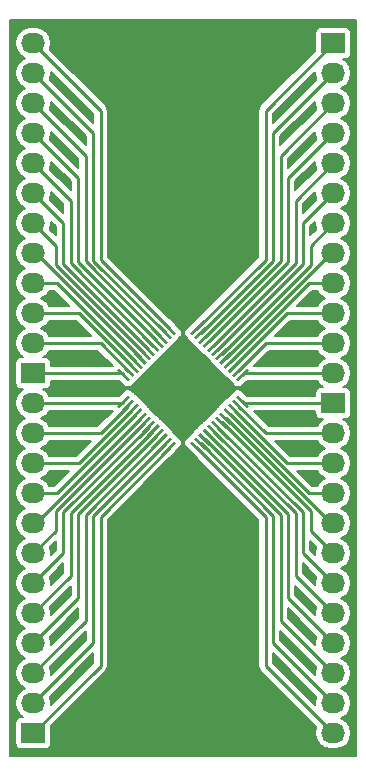
<source format=gbr>
G04 #@! TF.FileFunction,Copper,L2,Bot,Signal*
%FSLAX46Y46*%
G04 Gerber Fmt 4.6, Leading zero omitted, Abs format (unit mm)*
G04 Created by KiCad (PCBNEW 4.0.3-stable) date 08/19/16 15:09:19*
%MOMM*%
%LPD*%
G01*
G04 APERTURE LIST*
%ADD10C,0.100000*%
%ADD11R,2.032000X1.727200*%
%ADD12O,2.032000X1.727200*%
%ADD13C,0.250000*%
%ADD14C,0.200000*%
G04 APERTURE END LIST*
D10*
D11*
X142240000Y-139700000D03*
D12*
X142240000Y-137160000D03*
X142240000Y-134620000D03*
X142240000Y-132080000D03*
X142240000Y-129540000D03*
X142240000Y-127000000D03*
X142240000Y-124460000D03*
X142240000Y-121920000D03*
X142240000Y-119380000D03*
X142240000Y-116840000D03*
X142240000Y-114300000D03*
X142240000Y-111760000D03*
D11*
X167640000Y-111760000D03*
D12*
X167640000Y-114300000D03*
X167640000Y-116840000D03*
X167640000Y-119380000D03*
X167640000Y-121920000D03*
X167640000Y-124460000D03*
X167640000Y-127000000D03*
X167640000Y-129540000D03*
X167640000Y-132080000D03*
X167640000Y-134620000D03*
X167640000Y-137160000D03*
X167640000Y-139700000D03*
D11*
X142240000Y-109220000D03*
D12*
X142240000Y-106680000D03*
X142240000Y-104140000D03*
X142240000Y-101600000D03*
X142240000Y-99060000D03*
X142240000Y-96520000D03*
X142240000Y-93980000D03*
X142240000Y-91440000D03*
X142240000Y-88900000D03*
X142240000Y-86360000D03*
X142240000Y-83820000D03*
X142240000Y-81280000D03*
D11*
X167640000Y-81280000D03*
D12*
X167640000Y-83820000D03*
X167640000Y-86360000D03*
X167640000Y-88900000D03*
X167640000Y-91440000D03*
X167640000Y-93980000D03*
X167640000Y-96520000D03*
X167640000Y-99060000D03*
X167640000Y-101600000D03*
X167640000Y-104140000D03*
X167640000Y-106680000D03*
X167640000Y-109220000D03*
D10*
G36*
X153437398Y-116058466D02*
X153260621Y-115881689D01*
X154179860Y-114962450D01*
X154356637Y-115139227D01*
X153437398Y-116058466D01*
X153437398Y-116058466D01*
G37*
G36*
X153083845Y-115704913D02*
X152907068Y-115528136D01*
X153826307Y-114608897D01*
X154003084Y-114785674D01*
X153083845Y-115704913D01*
X153083845Y-115704913D01*
G37*
G36*
X152730291Y-115351359D02*
X152553514Y-115174582D01*
X153472753Y-114255343D01*
X153649530Y-114432120D01*
X152730291Y-115351359D01*
X152730291Y-115351359D01*
G37*
G36*
X152376738Y-114997806D02*
X152199961Y-114821029D01*
X153119200Y-113901790D01*
X153295977Y-114078567D01*
X152376738Y-114997806D01*
X152376738Y-114997806D01*
G37*
G36*
X152023185Y-114644253D02*
X151846408Y-114467476D01*
X152765647Y-113548237D01*
X152942424Y-113725014D01*
X152023185Y-114644253D01*
X152023185Y-114644253D01*
G37*
G36*
X151669631Y-114290699D02*
X151492854Y-114113922D01*
X152412093Y-113194683D01*
X152588870Y-113371460D01*
X151669631Y-114290699D01*
X151669631Y-114290699D01*
G37*
G36*
X151316078Y-113937146D02*
X151139301Y-113760369D01*
X152058540Y-112841130D01*
X152235317Y-113017907D01*
X151316078Y-113937146D01*
X151316078Y-113937146D01*
G37*
G36*
X150962524Y-113583592D02*
X150785747Y-113406815D01*
X151704986Y-112487576D01*
X151881763Y-112664353D01*
X150962524Y-113583592D01*
X150962524Y-113583592D01*
G37*
G36*
X150608971Y-113230039D02*
X150432194Y-113053262D01*
X151351433Y-112134023D01*
X151528210Y-112310800D01*
X150608971Y-113230039D01*
X150608971Y-113230039D01*
G37*
G36*
X150255418Y-112876486D02*
X150078641Y-112699709D01*
X150997880Y-111780470D01*
X151174657Y-111957247D01*
X150255418Y-112876486D01*
X150255418Y-112876486D01*
G37*
G36*
X149901864Y-112522932D02*
X149725087Y-112346155D01*
X150644326Y-111426916D01*
X150821103Y-111603693D01*
X149901864Y-112522932D01*
X149901864Y-112522932D01*
G37*
G36*
X149548311Y-112169379D02*
X149371534Y-111992602D01*
X150290773Y-111073363D01*
X150467550Y-111250140D01*
X149548311Y-112169379D01*
X149548311Y-112169379D01*
G37*
G36*
X149371534Y-108987398D02*
X149548311Y-108810621D01*
X150467550Y-109729860D01*
X150290773Y-109906637D01*
X149371534Y-108987398D01*
X149371534Y-108987398D01*
G37*
G36*
X149725087Y-108633845D02*
X149901864Y-108457068D01*
X150821103Y-109376307D01*
X150644326Y-109553084D01*
X149725087Y-108633845D01*
X149725087Y-108633845D01*
G37*
G36*
X150078641Y-108280291D02*
X150255418Y-108103514D01*
X151174657Y-109022753D01*
X150997880Y-109199530D01*
X150078641Y-108280291D01*
X150078641Y-108280291D01*
G37*
G36*
X150432194Y-107926738D02*
X150608971Y-107749961D01*
X151528210Y-108669200D01*
X151351433Y-108845977D01*
X150432194Y-107926738D01*
X150432194Y-107926738D01*
G37*
G36*
X150785747Y-107573185D02*
X150962524Y-107396408D01*
X151881763Y-108315647D01*
X151704986Y-108492424D01*
X150785747Y-107573185D01*
X150785747Y-107573185D01*
G37*
G36*
X151139301Y-107219631D02*
X151316078Y-107042854D01*
X152235317Y-107962093D01*
X152058540Y-108138870D01*
X151139301Y-107219631D01*
X151139301Y-107219631D01*
G37*
G36*
X151492854Y-106866078D02*
X151669631Y-106689301D01*
X152588870Y-107608540D01*
X152412093Y-107785317D01*
X151492854Y-106866078D01*
X151492854Y-106866078D01*
G37*
G36*
X151846408Y-106512524D02*
X152023185Y-106335747D01*
X152942424Y-107254986D01*
X152765647Y-107431763D01*
X151846408Y-106512524D01*
X151846408Y-106512524D01*
G37*
G36*
X152199961Y-106158971D02*
X152376738Y-105982194D01*
X153295977Y-106901433D01*
X153119200Y-107078210D01*
X152199961Y-106158971D01*
X152199961Y-106158971D01*
G37*
G36*
X152553514Y-105805418D02*
X152730291Y-105628641D01*
X153649530Y-106547880D01*
X153472753Y-106724657D01*
X152553514Y-105805418D01*
X152553514Y-105805418D01*
G37*
G36*
X152907068Y-105451864D02*
X153083845Y-105275087D01*
X154003084Y-106194326D01*
X153826307Y-106371103D01*
X152907068Y-105451864D01*
X152907068Y-105451864D01*
G37*
G36*
X153260621Y-105098311D02*
X153437398Y-104921534D01*
X154356637Y-105840773D01*
X154179860Y-106017550D01*
X153260621Y-105098311D01*
X153260621Y-105098311D01*
G37*
G36*
X155700140Y-106017550D02*
X155523363Y-105840773D01*
X156442602Y-104921534D01*
X156619379Y-105098311D01*
X155700140Y-106017550D01*
X155700140Y-106017550D01*
G37*
G36*
X156053693Y-106371103D02*
X155876916Y-106194326D01*
X156796155Y-105275087D01*
X156972932Y-105451864D01*
X156053693Y-106371103D01*
X156053693Y-106371103D01*
G37*
G36*
X156407247Y-106724657D02*
X156230470Y-106547880D01*
X157149709Y-105628641D01*
X157326486Y-105805418D01*
X156407247Y-106724657D01*
X156407247Y-106724657D01*
G37*
G36*
X156760800Y-107078210D02*
X156584023Y-106901433D01*
X157503262Y-105982194D01*
X157680039Y-106158971D01*
X156760800Y-107078210D01*
X156760800Y-107078210D01*
G37*
G36*
X157114353Y-107431763D02*
X156937576Y-107254986D01*
X157856815Y-106335747D01*
X158033592Y-106512524D01*
X157114353Y-107431763D01*
X157114353Y-107431763D01*
G37*
G36*
X157467907Y-107785317D02*
X157291130Y-107608540D01*
X158210369Y-106689301D01*
X158387146Y-106866078D01*
X157467907Y-107785317D01*
X157467907Y-107785317D01*
G37*
G36*
X157821460Y-108138870D02*
X157644683Y-107962093D01*
X158563922Y-107042854D01*
X158740699Y-107219631D01*
X157821460Y-108138870D01*
X157821460Y-108138870D01*
G37*
G36*
X158175014Y-108492424D02*
X157998237Y-108315647D01*
X158917476Y-107396408D01*
X159094253Y-107573185D01*
X158175014Y-108492424D01*
X158175014Y-108492424D01*
G37*
G36*
X158528567Y-108845977D02*
X158351790Y-108669200D01*
X159271029Y-107749961D01*
X159447806Y-107926738D01*
X158528567Y-108845977D01*
X158528567Y-108845977D01*
G37*
G36*
X158882120Y-109199530D02*
X158705343Y-109022753D01*
X159624582Y-108103514D01*
X159801359Y-108280291D01*
X158882120Y-109199530D01*
X158882120Y-109199530D01*
G37*
G36*
X159235674Y-109553084D02*
X159058897Y-109376307D01*
X159978136Y-108457068D01*
X160154913Y-108633845D01*
X159235674Y-109553084D01*
X159235674Y-109553084D01*
G37*
G36*
X159589227Y-109906637D02*
X159412450Y-109729860D01*
X160331689Y-108810621D01*
X160508466Y-108987398D01*
X159589227Y-109906637D01*
X159589227Y-109906637D01*
G37*
G36*
X159412450Y-111250140D02*
X159589227Y-111073363D01*
X160508466Y-111992602D01*
X160331689Y-112169379D01*
X159412450Y-111250140D01*
X159412450Y-111250140D01*
G37*
G36*
X159058897Y-111603693D02*
X159235674Y-111426916D01*
X160154913Y-112346155D01*
X159978136Y-112522932D01*
X159058897Y-111603693D01*
X159058897Y-111603693D01*
G37*
G36*
X158705343Y-111957247D02*
X158882120Y-111780470D01*
X159801359Y-112699709D01*
X159624582Y-112876486D01*
X158705343Y-111957247D01*
X158705343Y-111957247D01*
G37*
G36*
X158351790Y-112310800D02*
X158528567Y-112134023D01*
X159447806Y-113053262D01*
X159271029Y-113230039D01*
X158351790Y-112310800D01*
X158351790Y-112310800D01*
G37*
G36*
X157998237Y-112664353D02*
X158175014Y-112487576D01*
X159094253Y-113406815D01*
X158917476Y-113583592D01*
X157998237Y-112664353D01*
X157998237Y-112664353D01*
G37*
G36*
X157644683Y-113017907D02*
X157821460Y-112841130D01*
X158740699Y-113760369D01*
X158563922Y-113937146D01*
X157644683Y-113017907D01*
X157644683Y-113017907D01*
G37*
G36*
X157291130Y-113371460D02*
X157467907Y-113194683D01*
X158387146Y-114113922D01*
X158210369Y-114290699D01*
X157291130Y-113371460D01*
X157291130Y-113371460D01*
G37*
G36*
X156937576Y-113725014D02*
X157114353Y-113548237D01*
X158033592Y-114467476D01*
X157856815Y-114644253D01*
X156937576Y-113725014D01*
X156937576Y-113725014D01*
G37*
G36*
X156584023Y-114078567D02*
X156760800Y-113901790D01*
X157680039Y-114821029D01*
X157503262Y-114997806D01*
X156584023Y-114078567D01*
X156584023Y-114078567D01*
G37*
G36*
X156230470Y-114432120D02*
X156407247Y-114255343D01*
X157326486Y-115174582D01*
X157149709Y-115351359D01*
X156230470Y-114432120D01*
X156230470Y-114432120D01*
G37*
G36*
X155876916Y-114785674D02*
X156053693Y-114608897D01*
X156972932Y-115528136D01*
X156796155Y-115704913D01*
X155876916Y-114785674D01*
X155876916Y-114785674D01*
G37*
G36*
X155523363Y-115139227D02*
X155700140Y-114962450D01*
X156619379Y-115881689D01*
X156442602Y-116058466D01*
X155523363Y-115139227D01*
X155523363Y-115139227D01*
G37*
D13*
X153808629Y-115510458D02*
X147955000Y-121364087D01*
X147955000Y-133985000D02*
X142240000Y-139700000D01*
X147955000Y-121364087D02*
X147955000Y-133985000D01*
X153455076Y-115156905D02*
X147320000Y-121291981D01*
X147320000Y-132080000D02*
X142240000Y-137160000D01*
X147320000Y-121291981D02*
X147320000Y-132080000D01*
X153101522Y-114803351D02*
X146685000Y-121219873D01*
X146685000Y-130175000D02*
X142240000Y-134620000D01*
X146685000Y-121219873D02*
X146685000Y-130175000D01*
X152747969Y-114449798D02*
X146050000Y-121147767D01*
X146050000Y-128270000D02*
X142240000Y-132080000D01*
X146050000Y-121147767D02*
X146050000Y-128270000D01*
X152394416Y-114096245D02*
X145415000Y-121075661D01*
X145415000Y-126365000D02*
X142240000Y-129540000D01*
X145415000Y-121075661D02*
X145415000Y-126365000D01*
X152040862Y-113742691D02*
X144780000Y-121003553D01*
X144780000Y-124460000D02*
X142240000Y-127000000D01*
X144780000Y-121003553D02*
X144780000Y-124460000D01*
X151687309Y-113389138D02*
X144145000Y-120931447D01*
X144145000Y-122555000D02*
X142240000Y-124460000D01*
X144145000Y-120931447D02*
X144145000Y-122555000D01*
X151333755Y-113035584D02*
X142449339Y-121920000D01*
X142449339Y-121920000D02*
X142240000Y-121920000D01*
X150980202Y-112682031D02*
X144282233Y-119380000D01*
X144282233Y-119380000D02*
X142240000Y-119380000D01*
X150626649Y-112328478D02*
X146115127Y-116840000D01*
X146115127Y-116840000D02*
X142240000Y-116840000D01*
X150273095Y-111974924D02*
X147948019Y-114300000D01*
X147948019Y-114300000D02*
X142240000Y-114300000D01*
X149919542Y-111621371D02*
X149780913Y-111760000D01*
X149780913Y-111760000D02*
X142240000Y-111760000D01*
X159960458Y-111621371D02*
X160099087Y-111760000D01*
X160099087Y-111760000D02*
X167640000Y-111760000D01*
X159606905Y-111974924D02*
X161931981Y-114300000D01*
X161931981Y-114300000D02*
X167640000Y-114300000D01*
X159253351Y-112328478D02*
X163764873Y-116840000D01*
X163764873Y-116840000D02*
X167640000Y-116840000D01*
X158899798Y-112682031D02*
X165597767Y-119380000D01*
X165597767Y-119380000D02*
X167640000Y-119380000D01*
X158546245Y-113035584D02*
X167430661Y-121920000D01*
X167430661Y-121920000D02*
X167640000Y-121920000D01*
X158192691Y-113389138D02*
X165735000Y-120931447D01*
X165735000Y-122555000D02*
X167640000Y-124460000D01*
X165735000Y-120931447D02*
X165735000Y-122555000D01*
X157839138Y-113742691D02*
X165100000Y-121003553D01*
X165100000Y-124460000D02*
X167640000Y-127000000D01*
X165100000Y-121003553D02*
X165100000Y-124460000D01*
X157485584Y-114096245D02*
X164465000Y-121075661D01*
X164465000Y-126365000D02*
X167640000Y-129540000D01*
X164465000Y-121075661D02*
X164465000Y-126365000D01*
X157132031Y-114449798D02*
X163830000Y-121147767D01*
X163830000Y-128270000D02*
X167640000Y-132080000D01*
X163830000Y-121147767D02*
X163830000Y-128270000D01*
X156778478Y-114803351D02*
X163195000Y-121219873D01*
X163195000Y-130175000D02*
X167640000Y-134620000D01*
X163195000Y-121219873D02*
X163195000Y-130175000D01*
X156424924Y-115156905D02*
X162560000Y-121291981D01*
X162560000Y-132080000D02*
X167640000Y-137160000D01*
X162560000Y-121291981D02*
X162560000Y-132080000D01*
X156071371Y-115510458D02*
X161925000Y-121364087D01*
X161925000Y-133985000D02*
X167640000Y-139700000D01*
X161925000Y-121364087D02*
X161925000Y-133985000D01*
X142240000Y-109220000D02*
X149780913Y-109220000D01*
X149780913Y-109220000D02*
X149919542Y-109358629D01*
X150273095Y-109005076D02*
X147948019Y-106680000D01*
X147948019Y-106680000D02*
X142240000Y-106680000D01*
X150626649Y-108651522D02*
X146115127Y-104140000D01*
X146115127Y-104140000D02*
X142240000Y-104140000D01*
X150980202Y-108297969D02*
X144282233Y-101600000D01*
X144282233Y-101600000D02*
X142240000Y-101600000D01*
X151333755Y-107944416D02*
X142449339Y-99060000D01*
X142449339Y-99060000D02*
X142240000Y-99060000D01*
X151687309Y-107590862D02*
X144145000Y-100048553D01*
X144145000Y-98425000D02*
X142240000Y-96520000D01*
X144145000Y-100048553D02*
X144145000Y-98425000D01*
X152040862Y-107237309D02*
X144780000Y-99976447D01*
X144780000Y-96520000D02*
X142240000Y-93980000D01*
X144780000Y-99976447D02*
X144780000Y-96520000D01*
X152394416Y-106883755D02*
X145415000Y-99904339D01*
X145415000Y-94615000D02*
X142240000Y-91440000D01*
X145415000Y-99904339D02*
X145415000Y-94615000D01*
X152747969Y-106530202D02*
X146050000Y-99832233D01*
X146050000Y-92710000D02*
X142240000Y-88900000D01*
X146050000Y-99832233D02*
X146050000Y-92710000D01*
X153101522Y-106176649D02*
X146685000Y-99760127D01*
X146685000Y-90805000D02*
X142240000Y-86360000D01*
X146685000Y-99760127D02*
X146685000Y-90805000D01*
X153455076Y-105823095D02*
X147320000Y-99688019D01*
X147320000Y-88900000D02*
X142240000Y-83820000D01*
X147320000Y-99688019D02*
X147320000Y-88900000D01*
X153808629Y-105469542D02*
X147955000Y-99615913D01*
X147955000Y-86995000D02*
X142240000Y-81280000D01*
X147955000Y-99615913D02*
X147955000Y-86995000D01*
X156071371Y-105469542D02*
X161925000Y-99615913D01*
X161925000Y-86995000D02*
X167640000Y-81280000D01*
X161925000Y-99615913D02*
X161925000Y-86995000D01*
X156424924Y-105823095D02*
X162560000Y-99688019D01*
X162560000Y-88900000D02*
X167640000Y-83820000D01*
X162560000Y-99688019D02*
X162560000Y-88900000D01*
X156778478Y-106176649D02*
X163195000Y-99760127D01*
X163195000Y-90805000D02*
X167640000Y-86360000D01*
X163195000Y-99760127D02*
X163195000Y-90805000D01*
X157132031Y-106530202D02*
X163830000Y-99832233D01*
X163830000Y-92710000D02*
X167640000Y-88900000D01*
X163830000Y-99832233D02*
X163830000Y-92710000D01*
X157485584Y-106883755D02*
X164465000Y-99904339D01*
X164465000Y-94615000D02*
X167640000Y-91440000D01*
X164465000Y-99904339D02*
X164465000Y-94615000D01*
X157839138Y-107237309D02*
X165100000Y-99976447D01*
X165100000Y-96520000D02*
X167640000Y-93980000D01*
X165100000Y-99976447D02*
X165100000Y-96520000D01*
X158192691Y-107590862D02*
X165735000Y-100048553D01*
X165735000Y-98425000D02*
X167640000Y-96520000D01*
X165735000Y-100048553D02*
X165735000Y-98425000D01*
X158546245Y-107944416D02*
X167430661Y-99060000D01*
X167430661Y-99060000D02*
X167640000Y-99060000D01*
X158899798Y-108297969D02*
X165597767Y-101600000D01*
X165597767Y-101600000D02*
X167640000Y-101600000D01*
X159253351Y-108651522D02*
X163764873Y-104140000D01*
X163764873Y-104140000D02*
X167640000Y-104140000D01*
X159606905Y-109005076D02*
X161931981Y-106680000D01*
X161931981Y-106680000D02*
X167640000Y-106680000D01*
X159960458Y-109358629D02*
X160099087Y-109220000D01*
X160099087Y-109220000D02*
X167640000Y-109220000D01*
D14*
G36*
X169605000Y-141665000D02*
X140275000Y-141665000D01*
X140275000Y-81280000D01*
X140694300Y-81280000D01*
X140798098Y-81801827D01*
X141093689Y-82244211D01*
X141536073Y-82539802D01*
X141587342Y-82550000D01*
X141536073Y-82560198D01*
X141093689Y-82855789D01*
X140798098Y-83298173D01*
X140694300Y-83820000D01*
X140798098Y-84341827D01*
X141093689Y-84784211D01*
X141536073Y-85079802D01*
X141587342Y-85090000D01*
X141536073Y-85100198D01*
X141093689Y-85395789D01*
X140798098Y-85838173D01*
X140694300Y-86360000D01*
X140798098Y-86881827D01*
X141093689Y-87324211D01*
X141536073Y-87619802D01*
X141587342Y-87630000D01*
X141536073Y-87640198D01*
X141093689Y-87935789D01*
X140798098Y-88378173D01*
X140694300Y-88900000D01*
X140798098Y-89421827D01*
X141093689Y-89864211D01*
X141536073Y-90159802D01*
X141587342Y-90170000D01*
X141536073Y-90180198D01*
X141093689Y-90475789D01*
X140798098Y-90918173D01*
X140694300Y-91440000D01*
X140798098Y-91961827D01*
X141093689Y-92404211D01*
X141536073Y-92699802D01*
X141587342Y-92710000D01*
X141536073Y-92720198D01*
X141093689Y-93015789D01*
X140798098Y-93458173D01*
X140694300Y-93980000D01*
X140798098Y-94501827D01*
X141093689Y-94944211D01*
X141536073Y-95239802D01*
X141587342Y-95250000D01*
X141536073Y-95260198D01*
X141093689Y-95555789D01*
X140798098Y-95998173D01*
X140694300Y-96520000D01*
X140798098Y-97041827D01*
X141093689Y-97484211D01*
X141536073Y-97779802D01*
X141587342Y-97790000D01*
X141536073Y-97800198D01*
X141093689Y-98095789D01*
X140798098Y-98538173D01*
X140694300Y-99060000D01*
X140798098Y-99581827D01*
X141093689Y-100024211D01*
X141536073Y-100319802D01*
X141587342Y-100330000D01*
X141536073Y-100340198D01*
X141093689Y-100635789D01*
X140798098Y-101078173D01*
X140694300Y-101600000D01*
X140798098Y-102121827D01*
X141093689Y-102564211D01*
X141536073Y-102859802D01*
X141587342Y-102870000D01*
X141536073Y-102880198D01*
X141093689Y-103175789D01*
X140798098Y-103618173D01*
X140694300Y-104140000D01*
X140798098Y-104661827D01*
X141093689Y-105104211D01*
X141536073Y-105399802D01*
X141587342Y-105410000D01*
X141536073Y-105420198D01*
X141093689Y-105715789D01*
X140798098Y-106158173D01*
X140694300Y-106680000D01*
X140798098Y-107201827D01*
X141093689Y-107644211D01*
X141396594Y-107846605D01*
X141224000Y-107846605D01*
X141038711Y-107881469D01*
X140868535Y-107990975D01*
X140754370Y-108158061D01*
X140714205Y-108356400D01*
X140714205Y-110083600D01*
X140749069Y-110268889D01*
X140858575Y-110439065D01*
X141025661Y-110553230D01*
X141224000Y-110593395D01*
X141396594Y-110593395D01*
X141093689Y-110795789D01*
X140798098Y-111238173D01*
X140694300Y-111760000D01*
X140798098Y-112281827D01*
X141093689Y-112724211D01*
X141536073Y-113019802D01*
X141587342Y-113030000D01*
X141536073Y-113040198D01*
X141093689Y-113335789D01*
X140798098Y-113778173D01*
X140694300Y-114300000D01*
X140798098Y-114821827D01*
X141093689Y-115264211D01*
X141536073Y-115559802D01*
X141587342Y-115570000D01*
X141536073Y-115580198D01*
X141093689Y-115875789D01*
X140798098Y-116318173D01*
X140694300Y-116840000D01*
X140798098Y-117361827D01*
X141093689Y-117804211D01*
X141536073Y-118099802D01*
X141587342Y-118110000D01*
X141536073Y-118120198D01*
X141093689Y-118415789D01*
X140798098Y-118858173D01*
X140694300Y-119380000D01*
X140798098Y-119901827D01*
X141093689Y-120344211D01*
X141536073Y-120639802D01*
X141587342Y-120650000D01*
X141536073Y-120660198D01*
X141093689Y-120955789D01*
X140798098Y-121398173D01*
X140694300Y-121920000D01*
X140798098Y-122441827D01*
X141093689Y-122884211D01*
X141536073Y-123179802D01*
X141587342Y-123190000D01*
X141536073Y-123200198D01*
X141093689Y-123495789D01*
X140798098Y-123938173D01*
X140694300Y-124460000D01*
X140798098Y-124981827D01*
X141093689Y-125424211D01*
X141536073Y-125719802D01*
X141587342Y-125730000D01*
X141536073Y-125740198D01*
X141093689Y-126035789D01*
X140798098Y-126478173D01*
X140694300Y-127000000D01*
X140798098Y-127521827D01*
X141093689Y-127964211D01*
X141536073Y-128259802D01*
X141587342Y-128270000D01*
X141536073Y-128280198D01*
X141093689Y-128575789D01*
X140798098Y-129018173D01*
X140694300Y-129540000D01*
X140798098Y-130061827D01*
X141093689Y-130504211D01*
X141536073Y-130799802D01*
X141587342Y-130810000D01*
X141536073Y-130820198D01*
X141093689Y-131115789D01*
X140798098Y-131558173D01*
X140694300Y-132080000D01*
X140798098Y-132601827D01*
X141093689Y-133044211D01*
X141536073Y-133339802D01*
X141587342Y-133350000D01*
X141536073Y-133360198D01*
X141093689Y-133655789D01*
X140798098Y-134098173D01*
X140694300Y-134620000D01*
X140798098Y-135141827D01*
X141093689Y-135584211D01*
X141536073Y-135879802D01*
X141587342Y-135890000D01*
X141536073Y-135900198D01*
X141093689Y-136195789D01*
X140798098Y-136638173D01*
X140694300Y-137160000D01*
X140798098Y-137681827D01*
X141093689Y-138124211D01*
X141396594Y-138326605D01*
X141224000Y-138326605D01*
X141038711Y-138361469D01*
X140868535Y-138470975D01*
X140754370Y-138638061D01*
X140714205Y-138836400D01*
X140714205Y-140563600D01*
X140749069Y-140748889D01*
X140858575Y-140919065D01*
X141025661Y-141033230D01*
X141224000Y-141073395D01*
X143256000Y-141073395D01*
X143441289Y-141038531D01*
X143611465Y-140929025D01*
X143725630Y-140761939D01*
X143765795Y-140563600D01*
X143765795Y-139058089D01*
X148396939Y-134426944D01*
X148396942Y-134426942D01*
X148532425Y-134224177D01*
X148557489Y-134098173D01*
X148580001Y-133985000D01*
X148580000Y-133984995D01*
X148580000Y-121622971D01*
X153756745Y-116446225D01*
X153797878Y-116418946D01*
X154717117Y-115499707D01*
X154823483Y-115344035D01*
X154866383Y-115146270D01*
X154828963Y-114947395D01*
X154717117Y-114778747D01*
X154540340Y-114601970D01*
X154431465Y-114527579D01*
X154363564Y-114425194D01*
X154186787Y-114248417D01*
X154077911Y-114174025D01*
X154010010Y-114071640D01*
X153833233Y-113894863D01*
X153724358Y-113820472D01*
X153656457Y-113718087D01*
X153479680Y-113541310D01*
X153370805Y-113466919D01*
X153302904Y-113364534D01*
X153126127Y-113187757D01*
X153017251Y-113113365D01*
X152949350Y-113010980D01*
X152772573Y-112834203D01*
X152663698Y-112759812D01*
X152595797Y-112657427D01*
X152419020Y-112480650D01*
X152310144Y-112406258D01*
X152242243Y-112303873D01*
X152065466Y-112127096D01*
X151956591Y-112052705D01*
X151888690Y-111950320D01*
X151711913Y-111773543D01*
X151603038Y-111699152D01*
X151535137Y-111596767D01*
X151358360Y-111419990D01*
X151249484Y-111345598D01*
X151181583Y-111243213D01*
X151004806Y-111066436D01*
X150895931Y-110992045D01*
X150828030Y-110889660D01*
X150651253Y-110712883D01*
X150495581Y-110606517D01*
X150297816Y-110563617D01*
X150098941Y-110601037D01*
X149930293Y-110712883D01*
X149508176Y-111135000D01*
X143612964Y-111135000D01*
X143386311Y-110795789D01*
X143083406Y-110593395D01*
X143256000Y-110593395D01*
X143441289Y-110558531D01*
X143611465Y-110449025D01*
X143725630Y-110281939D01*
X143765795Y-110083600D01*
X143765795Y-109845000D01*
X149508176Y-109845000D01*
X149930293Y-110267117D01*
X150085965Y-110373483D01*
X150283730Y-110416383D01*
X150482605Y-110378963D01*
X150651253Y-110267117D01*
X150828030Y-110090340D01*
X150902421Y-109981465D01*
X151004806Y-109913564D01*
X151181583Y-109736787D01*
X151255975Y-109627911D01*
X151358360Y-109560010D01*
X151535137Y-109383233D01*
X151609528Y-109274358D01*
X151711913Y-109206457D01*
X151888690Y-109029680D01*
X151963081Y-108920805D01*
X152065466Y-108852904D01*
X152242243Y-108676127D01*
X152316635Y-108567251D01*
X152419020Y-108499350D01*
X152595797Y-108322573D01*
X152670188Y-108213698D01*
X152772573Y-108145797D01*
X152949350Y-107969020D01*
X153023742Y-107860144D01*
X153126127Y-107792243D01*
X153302904Y-107615466D01*
X153377295Y-107506591D01*
X153479680Y-107438690D01*
X153656457Y-107261913D01*
X153730848Y-107153038D01*
X153833233Y-107085137D01*
X154010010Y-106908360D01*
X154084402Y-106799484D01*
X154186787Y-106731583D01*
X154363564Y-106554806D01*
X154437955Y-106445931D01*
X154540340Y-106378030D01*
X154717117Y-106201253D01*
X154823483Y-106045581D01*
X154866383Y-105847816D01*
X154863733Y-105833730D01*
X155013617Y-105833730D01*
X155051037Y-106032605D01*
X155162883Y-106201253D01*
X155339660Y-106378030D01*
X155448535Y-106452421D01*
X155516436Y-106554806D01*
X155693213Y-106731583D01*
X155802089Y-106805975D01*
X155869990Y-106908360D01*
X156046767Y-107085137D01*
X156155642Y-107159528D01*
X156223543Y-107261913D01*
X156400320Y-107438690D01*
X156509195Y-107513081D01*
X156577096Y-107615466D01*
X156753873Y-107792243D01*
X156862749Y-107866635D01*
X156930650Y-107969020D01*
X157107427Y-108145797D01*
X157216302Y-108220188D01*
X157284203Y-108322573D01*
X157460980Y-108499350D01*
X157569856Y-108573742D01*
X157637757Y-108676127D01*
X157814534Y-108852904D01*
X157923409Y-108927295D01*
X157991310Y-109029680D01*
X158168087Y-109206457D01*
X158276962Y-109280848D01*
X158344863Y-109383233D01*
X158521640Y-109560010D01*
X158630516Y-109634402D01*
X158698417Y-109736787D01*
X158875194Y-109913564D01*
X158984069Y-109987955D01*
X159051970Y-110090340D01*
X159228747Y-110267117D01*
X159384419Y-110373483D01*
X159582184Y-110416383D01*
X159781059Y-110378963D01*
X159949707Y-110267117D01*
X160371824Y-109845000D01*
X166267036Y-109845000D01*
X166493689Y-110184211D01*
X166796594Y-110386605D01*
X166624000Y-110386605D01*
X166438711Y-110421469D01*
X166268535Y-110530975D01*
X166154370Y-110698061D01*
X166114205Y-110896400D01*
X166114205Y-111135000D01*
X160371824Y-111135000D01*
X159949707Y-110712883D01*
X159794035Y-110606517D01*
X159596270Y-110563617D01*
X159397395Y-110601037D01*
X159228747Y-110712883D01*
X159051970Y-110889660D01*
X158977579Y-110998535D01*
X158875194Y-111066436D01*
X158698417Y-111243213D01*
X158624025Y-111352089D01*
X158521640Y-111419990D01*
X158344863Y-111596767D01*
X158270472Y-111705642D01*
X158168087Y-111773543D01*
X157991310Y-111950320D01*
X157916919Y-112059195D01*
X157814534Y-112127096D01*
X157637757Y-112303873D01*
X157563365Y-112412749D01*
X157460980Y-112480650D01*
X157284203Y-112657427D01*
X157209812Y-112766302D01*
X157107427Y-112834203D01*
X156930650Y-113010980D01*
X156856258Y-113119856D01*
X156753873Y-113187757D01*
X156577096Y-113364534D01*
X156502705Y-113473409D01*
X156400320Y-113541310D01*
X156223543Y-113718087D01*
X156149152Y-113826962D01*
X156046767Y-113894863D01*
X155869990Y-114071640D01*
X155795598Y-114180516D01*
X155693213Y-114248417D01*
X155516436Y-114425194D01*
X155442045Y-114534069D01*
X155339660Y-114601970D01*
X155162883Y-114778747D01*
X155056517Y-114934419D01*
X155013617Y-115132184D01*
X155051037Y-115331059D01*
X155162883Y-115499707D01*
X156082122Y-116418946D01*
X156125860Y-116448831D01*
X161300000Y-121622970D01*
X161300000Y-133985000D01*
X161347575Y-134224177D01*
X161483058Y-134426942D01*
X166212594Y-139156478D01*
X166198098Y-139178173D01*
X166094300Y-139700000D01*
X166198098Y-140221827D01*
X166493689Y-140664211D01*
X166936073Y-140959802D01*
X167457900Y-141063600D01*
X167822100Y-141063600D01*
X168343927Y-140959802D01*
X168786311Y-140664211D01*
X169081902Y-140221827D01*
X169185700Y-139700000D01*
X169081902Y-139178173D01*
X168786311Y-138735789D01*
X168343927Y-138440198D01*
X168292658Y-138430000D01*
X168343927Y-138419802D01*
X168786311Y-138124211D01*
X169081902Y-137681827D01*
X169185700Y-137160000D01*
X169081902Y-136638173D01*
X168786311Y-136195789D01*
X168343927Y-135900198D01*
X168292658Y-135890000D01*
X168343927Y-135879802D01*
X168786311Y-135584211D01*
X169081902Y-135141827D01*
X169185700Y-134620000D01*
X169081902Y-134098173D01*
X168786311Y-133655789D01*
X168343927Y-133360198D01*
X168292658Y-133350000D01*
X168343927Y-133339802D01*
X168786311Y-133044211D01*
X169081902Y-132601827D01*
X169185700Y-132080000D01*
X169081902Y-131558173D01*
X168786311Y-131115789D01*
X168343927Y-130820198D01*
X168292658Y-130810000D01*
X168343927Y-130799802D01*
X168786311Y-130504211D01*
X169081902Y-130061827D01*
X169185700Y-129540000D01*
X169081902Y-129018173D01*
X168786311Y-128575789D01*
X168343927Y-128280198D01*
X168292658Y-128270000D01*
X168343927Y-128259802D01*
X168786311Y-127964211D01*
X169081902Y-127521827D01*
X169185700Y-127000000D01*
X169081902Y-126478173D01*
X168786311Y-126035789D01*
X168343927Y-125740198D01*
X168292658Y-125730000D01*
X168343927Y-125719802D01*
X168786311Y-125424211D01*
X169081902Y-124981827D01*
X169185700Y-124460000D01*
X169081902Y-123938173D01*
X168786311Y-123495789D01*
X168343927Y-123200198D01*
X168292658Y-123190000D01*
X168343927Y-123179802D01*
X168786311Y-122884211D01*
X169081902Y-122441827D01*
X169185700Y-121920000D01*
X169081902Y-121398173D01*
X168786311Y-120955789D01*
X168343927Y-120660198D01*
X168292658Y-120650000D01*
X168343927Y-120639802D01*
X168786311Y-120344211D01*
X169081902Y-119901827D01*
X169185700Y-119380000D01*
X169081902Y-118858173D01*
X168786311Y-118415789D01*
X168343927Y-118120198D01*
X168292658Y-118110000D01*
X168343927Y-118099802D01*
X168786311Y-117804211D01*
X169081902Y-117361827D01*
X169185700Y-116840000D01*
X169081902Y-116318173D01*
X168786311Y-115875789D01*
X168343927Y-115580198D01*
X168292658Y-115570000D01*
X168343927Y-115559802D01*
X168786311Y-115264211D01*
X169081902Y-114821827D01*
X169185700Y-114300000D01*
X169081902Y-113778173D01*
X168786311Y-113335789D01*
X168483406Y-113133395D01*
X168656000Y-113133395D01*
X168841289Y-113098531D01*
X169011465Y-112989025D01*
X169125630Y-112821939D01*
X169165795Y-112623600D01*
X169165795Y-110896400D01*
X169130931Y-110711111D01*
X169021425Y-110540935D01*
X168854339Y-110426770D01*
X168656000Y-110386605D01*
X168483406Y-110386605D01*
X168786311Y-110184211D01*
X169081902Y-109741827D01*
X169185700Y-109220000D01*
X169081902Y-108698173D01*
X168786311Y-108255789D01*
X168343927Y-107960198D01*
X168292658Y-107950000D01*
X168343927Y-107939802D01*
X168786311Y-107644211D01*
X169081902Y-107201827D01*
X169185700Y-106680000D01*
X169081902Y-106158173D01*
X168786311Y-105715789D01*
X168343927Y-105420198D01*
X168292658Y-105410000D01*
X168343927Y-105399802D01*
X168786311Y-105104211D01*
X169081902Y-104661827D01*
X169185700Y-104140000D01*
X169081902Y-103618173D01*
X168786311Y-103175789D01*
X168343927Y-102880198D01*
X168292658Y-102870000D01*
X168343927Y-102859802D01*
X168786311Y-102564211D01*
X169081902Y-102121827D01*
X169185700Y-101600000D01*
X169081902Y-101078173D01*
X168786311Y-100635789D01*
X168343927Y-100340198D01*
X168292658Y-100330000D01*
X168343927Y-100319802D01*
X168786311Y-100024211D01*
X169081902Y-99581827D01*
X169185700Y-99060000D01*
X169081902Y-98538173D01*
X168786311Y-98095789D01*
X168343927Y-97800198D01*
X168292658Y-97790000D01*
X168343927Y-97779802D01*
X168786311Y-97484211D01*
X169081902Y-97041827D01*
X169185700Y-96520000D01*
X169081902Y-95998173D01*
X168786311Y-95555789D01*
X168343927Y-95260198D01*
X168292658Y-95250000D01*
X168343927Y-95239802D01*
X168786311Y-94944211D01*
X169081902Y-94501827D01*
X169185700Y-93980000D01*
X169081902Y-93458173D01*
X168786311Y-93015789D01*
X168343927Y-92720198D01*
X168292658Y-92710000D01*
X168343927Y-92699802D01*
X168786311Y-92404211D01*
X169081902Y-91961827D01*
X169185700Y-91440000D01*
X169081902Y-90918173D01*
X168786311Y-90475789D01*
X168343927Y-90180198D01*
X168292658Y-90170000D01*
X168343927Y-90159802D01*
X168786311Y-89864211D01*
X169081902Y-89421827D01*
X169185700Y-88900000D01*
X169081902Y-88378173D01*
X168786311Y-87935789D01*
X168343927Y-87640198D01*
X168292658Y-87630000D01*
X168343927Y-87619802D01*
X168786311Y-87324211D01*
X169081902Y-86881827D01*
X169185700Y-86360000D01*
X169081902Y-85838173D01*
X168786311Y-85395789D01*
X168343927Y-85100198D01*
X168292658Y-85090000D01*
X168343927Y-85079802D01*
X168786311Y-84784211D01*
X169081902Y-84341827D01*
X169185700Y-83820000D01*
X169081902Y-83298173D01*
X168786311Y-82855789D01*
X168483406Y-82653395D01*
X168656000Y-82653395D01*
X168841289Y-82618531D01*
X169011465Y-82509025D01*
X169125630Y-82341939D01*
X169165795Y-82143600D01*
X169165795Y-80416400D01*
X169130931Y-80231111D01*
X169021425Y-80060935D01*
X168854339Y-79946770D01*
X168656000Y-79906605D01*
X166624000Y-79906605D01*
X166438711Y-79941469D01*
X166268535Y-80050975D01*
X166154370Y-80218061D01*
X166114205Y-80416400D01*
X166114205Y-81921912D01*
X161483058Y-86553058D01*
X161347575Y-86755823D01*
X161300000Y-86995000D01*
X161300000Y-99357030D01*
X156123253Y-104533777D01*
X156082122Y-104561054D01*
X155162883Y-105480293D01*
X155056517Y-105635965D01*
X155013617Y-105833730D01*
X154863733Y-105833730D01*
X154828963Y-105648941D01*
X154717117Y-105480293D01*
X153797878Y-104561054D01*
X153754138Y-104531167D01*
X148580000Y-99357029D01*
X148580000Y-86995005D01*
X148580001Y-86995000D01*
X148532425Y-86755823D01*
X148427758Y-86599178D01*
X148396942Y-86553058D01*
X148396939Y-86553056D01*
X143667406Y-81823522D01*
X143681902Y-81801827D01*
X143785700Y-81280000D01*
X143681902Y-80758173D01*
X143386311Y-80315789D01*
X142943927Y-80020198D01*
X142422100Y-79916400D01*
X142057900Y-79916400D01*
X141536073Y-80020198D01*
X141093689Y-80315789D01*
X140798098Y-80758173D01*
X140694300Y-81280000D01*
X140275000Y-81280000D01*
X140275000Y-79315000D01*
X169605000Y-79315000D01*
X169605000Y-141665000D01*
X169605000Y-141665000D01*
G37*
X169605000Y-141665000D02*
X140275000Y-141665000D01*
X140275000Y-81280000D01*
X140694300Y-81280000D01*
X140798098Y-81801827D01*
X141093689Y-82244211D01*
X141536073Y-82539802D01*
X141587342Y-82550000D01*
X141536073Y-82560198D01*
X141093689Y-82855789D01*
X140798098Y-83298173D01*
X140694300Y-83820000D01*
X140798098Y-84341827D01*
X141093689Y-84784211D01*
X141536073Y-85079802D01*
X141587342Y-85090000D01*
X141536073Y-85100198D01*
X141093689Y-85395789D01*
X140798098Y-85838173D01*
X140694300Y-86360000D01*
X140798098Y-86881827D01*
X141093689Y-87324211D01*
X141536073Y-87619802D01*
X141587342Y-87630000D01*
X141536073Y-87640198D01*
X141093689Y-87935789D01*
X140798098Y-88378173D01*
X140694300Y-88900000D01*
X140798098Y-89421827D01*
X141093689Y-89864211D01*
X141536073Y-90159802D01*
X141587342Y-90170000D01*
X141536073Y-90180198D01*
X141093689Y-90475789D01*
X140798098Y-90918173D01*
X140694300Y-91440000D01*
X140798098Y-91961827D01*
X141093689Y-92404211D01*
X141536073Y-92699802D01*
X141587342Y-92710000D01*
X141536073Y-92720198D01*
X141093689Y-93015789D01*
X140798098Y-93458173D01*
X140694300Y-93980000D01*
X140798098Y-94501827D01*
X141093689Y-94944211D01*
X141536073Y-95239802D01*
X141587342Y-95250000D01*
X141536073Y-95260198D01*
X141093689Y-95555789D01*
X140798098Y-95998173D01*
X140694300Y-96520000D01*
X140798098Y-97041827D01*
X141093689Y-97484211D01*
X141536073Y-97779802D01*
X141587342Y-97790000D01*
X141536073Y-97800198D01*
X141093689Y-98095789D01*
X140798098Y-98538173D01*
X140694300Y-99060000D01*
X140798098Y-99581827D01*
X141093689Y-100024211D01*
X141536073Y-100319802D01*
X141587342Y-100330000D01*
X141536073Y-100340198D01*
X141093689Y-100635789D01*
X140798098Y-101078173D01*
X140694300Y-101600000D01*
X140798098Y-102121827D01*
X141093689Y-102564211D01*
X141536073Y-102859802D01*
X141587342Y-102870000D01*
X141536073Y-102880198D01*
X141093689Y-103175789D01*
X140798098Y-103618173D01*
X140694300Y-104140000D01*
X140798098Y-104661827D01*
X141093689Y-105104211D01*
X141536073Y-105399802D01*
X141587342Y-105410000D01*
X141536073Y-105420198D01*
X141093689Y-105715789D01*
X140798098Y-106158173D01*
X140694300Y-106680000D01*
X140798098Y-107201827D01*
X141093689Y-107644211D01*
X141396594Y-107846605D01*
X141224000Y-107846605D01*
X141038711Y-107881469D01*
X140868535Y-107990975D01*
X140754370Y-108158061D01*
X140714205Y-108356400D01*
X140714205Y-110083600D01*
X140749069Y-110268889D01*
X140858575Y-110439065D01*
X141025661Y-110553230D01*
X141224000Y-110593395D01*
X141396594Y-110593395D01*
X141093689Y-110795789D01*
X140798098Y-111238173D01*
X140694300Y-111760000D01*
X140798098Y-112281827D01*
X141093689Y-112724211D01*
X141536073Y-113019802D01*
X141587342Y-113030000D01*
X141536073Y-113040198D01*
X141093689Y-113335789D01*
X140798098Y-113778173D01*
X140694300Y-114300000D01*
X140798098Y-114821827D01*
X141093689Y-115264211D01*
X141536073Y-115559802D01*
X141587342Y-115570000D01*
X141536073Y-115580198D01*
X141093689Y-115875789D01*
X140798098Y-116318173D01*
X140694300Y-116840000D01*
X140798098Y-117361827D01*
X141093689Y-117804211D01*
X141536073Y-118099802D01*
X141587342Y-118110000D01*
X141536073Y-118120198D01*
X141093689Y-118415789D01*
X140798098Y-118858173D01*
X140694300Y-119380000D01*
X140798098Y-119901827D01*
X141093689Y-120344211D01*
X141536073Y-120639802D01*
X141587342Y-120650000D01*
X141536073Y-120660198D01*
X141093689Y-120955789D01*
X140798098Y-121398173D01*
X140694300Y-121920000D01*
X140798098Y-122441827D01*
X141093689Y-122884211D01*
X141536073Y-123179802D01*
X141587342Y-123190000D01*
X141536073Y-123200198D01*
X141093689Y-123495789D01*
X140798098Y-123938173D01*
X140694300Y-124460000D01*
X140798098Y-124981827D01*
X141093689Y-125424211D01*
X141536073Y-125719802D01*
X141587342Y-125730000D01*
X141536073Y-125740198D01*
X141093689Y-126035789D01*
X140798098Y-126478173D01*
X140694300Y-127000000D01*
X140798098Y-127521827D01*
X141093689Y-127964211D01*
X141536073Y-128259802D01*
X141587342Y-128270000D01*
X141536073Y-128280198D01*
X141093689Y-128575789D01*
X140798098Y-129018173D01*
X140694300Y-129540000D01*
X140798098Y-130061827D01*
X141093689Y-130504211D01*
X141536073Y-130799802D01*
X141587342Y-130810000D01*
X141536073Y-130820198D01*
X141093689Y-131115789D01*
X140798098Y-131558173D01*
X140694300Y-132080000D01*
X140798098Y-132601827D01*
X141093689Y-133044211D01*
X141536073Y-133339802D01*
X141587342Y-133350000D01*
X141536073Y-133360198D01*
X141093689Y-133655789D01*
X140798098Y-134098173D01*
X140694300Y-134620000D01*
X140798098Y-135141827D01*
X141093689Y-135584211D01*
X141536073Y-135879802D01*
X141587342Y-135890000D01*
X141536073Y-135900198D01*
X141093689Y-136195789D01*
X140798098Y-136638173D01*
X140694300Y-137160000D01*
X140798098Y-137681827D01*
X141093689Y-138124211D01*
X141396594Y-138326605D01*
X141224000Y-138326605D01*
X141038711Y-138361469D01*
X140868535Y-138470975D01*
X140754370Y-138638061D01*
X140714205Y-138836400D01*
X140714205Y-140563600D01*
X140749069Y-140748889D01*
X140858575Y-140919065D01*
X141025661Y-141033230D01*
X141224000Y-141073395D01*
X143256000Y-141073395D01*
X143441289Y-141038531D01*
X143611465Y-140929025D01*
X143725630Y-140761939D01*
X143765795Y-140563600D01*
X143765795Y-139058089D01*
X148396939Y-134426944D01*
X148396942Y-134426942D01*
X148532425Y-134224177D01*
X148557489Y-134098173D01*
X148580001Y-133985000D01*
X148580000Y-133984995D01*
X148580000Y-121622971D01*
X153756745Y-116446225D01*
X153797878Y-116418946D01*
X154717117Y-115499707D01*
X154823483Y-115344035D01*
X154866383Y-115146270D01*
X154828963Y-114947395D01*
X154717117Y-114778747D01*
X154540340Y-114601970D01*
X154431465Y-114527579D01*
X154363564Y-114425194D01*
X154186787Y-114248417D01*
X154077911Y-114174025D01*
X154010010Y-114071640D01*
X153833233Y-113894863D01*
X153724358Y-113820472D01*
X153656457Y-113718087D01*
X153479680Y-113541310D01*
X153370805Y-113466919D01*
X153302904Y-113364534D01*
X153126127Y-113187757D01*
X153017251Y-113113365D01*
X152949350Y-113010980D01*
X152772573Y-112834203D01*
X152663698Y-112759812D01*
X152595797Y-112657427D01*
X152419020Y-112480650D01*
X152310144Y-112406258D01*
X152242243Y-112303873D01*
X152065466Y-112127096D01*
X151956591Y-112052705D01*
X151888690Y-111950320D01*
X151711913Y-111773543D01*
X151603038Y-111699152D01*
X151535137Y-111596767D01*
X151358360Y-111419990D01*
X151249484Y-111345598D01*
X151181583Y-111243213D01*
X151004806Y-111066436D01*
X150895931Y-110992045D01*
X150828030Y-110889660D01*
X150651253Y-110712883D01*
X150495581Y-110606517D01*
X150297816Y-110563617D01*
X150098941Y-110601037D01*
X149930293Y-110712883D01*
X149508176Y-111135000D01*
X143612964Y-111135000D01*
X143386311Y-110795789D01*
X143083406Y-110593395D01*
X143256000Y-110593395D01*
X143441289Y-110558531D01*
X143611465Y-110449025D01*
X143725630Y-110281939D01*
X143765795Y-110083600D01*
X143765795Y-109845000D01*
X149508176Y-109845000D01*
X149930293Y-110267117D01*
X150085965Y-110373483D01*
X150283730Y-110416383D01*
X150482605Y-110378963D01*
X150651253Y-110267117D01*
X150828030Y-110090340D01*
X150902421Y-109981465D01*
X151004806Y-109913564D01*
X151181583Y-109736787D01*
X151255975Y-109627911D01*
X151358360Y-109560010D01*
X151535137Y-109383233D01*
X151609528Y-109274358D01*
X151711913Y-109206457D01*
X151888690Y-109029680D01*
X151963081Y-108920805D01*
X152065466Y-108852904D01*
X152242243Y-108676127D01*
X152316635Y-108567251D01*
X152419020Y-108499350D01*
X152595797Y-108322573D01*
X152670188Y-108213698D01*
X152772573Y-108145797D01*
X152949350Y-107969020D01*
X153023742Y-107860144D01*
X153126127Y-107792243D01*
X153302904Y-107615466D01*
X153377295Y-107506591D01*
X153479680Y-107438690D01*
X153656457Y-107261913D01*
X153730848Y-107153038D01*
X153833233Y-107085137D01*
X154010010Y-106908360D01*
X154084402Y-106799484D01*
X154186787Y-106731583D01*
X154363564Y-106554806D01*
X154437955Y-106445931D01*
X154540340Y-106378030D01*
X154717117Y-106201253D01*
X154823483Y-106045581D01*
X154866383Y-105847816D01*
X154863733Y-105833730D01*
X155013617Y-105833730D01*
X155051037Y-106032605D01*
X155162883Y-106201253D01*
X155339660Y-106378030D01*
X155448535Y-106452421D01*
X155516436Y-106554806D01*
X155693213Y-106731583D01*
X155802089Y-106805975D01*
X155869990Y-106908360D01*
X156046767Y-107085137D01*
X156155642Y-107159528D01*
X156223543Y-107261913D01*
X156400320Y-107438690D01*
X156509195Y-107513081D01*
X156577096Y-107615466D01*
X156753873Y-107792243D01*
X156862749Y-107866635D01*
X156930650Y-107969020D01*
X157107427Y-108145797D01*
X157216302Y-108220188D01*
X157284203Y-108322573D01*
X157460980Y-108499350D01*
X157569856Y-108573742D01*
X157637757Y-108676127D01*
X157814534Y-108852904D01*
X157923409Y-108927295D01*
X157991310Y-109029680D01*
X158168087Y-109206457D01*
X158276962Y-109280848D01*
X158344863Y-109383233D01*
X158521640Y-109560010D01*
X158630516Y-109634402D01*
X158698417Y-109736787D01*
X158875194Y-109913564D01*
X158984069Y-109987955D01*
X159051970Y-110090340D01*
X159228747Y-110267117D01*
X159384419Y-110373483D01*
X159582184Y-110416383D01*
X159781059Y-110378963D01*
X159949707Y-110267117D01*
X160371824Y-109845000D01*
X166267036Y-109845000D01*
X166493689Y-110184211D01*
X166796594Y-110386605D01*
X166624000Y-110386605D01*
X166438711Y-110421469D01*
X166268535Y-110530975D01*
X166154370Y-110698061D01*
X166114205Y-110896400D01*
X166114205Y-111135000D01*
X160371824Y-111135000D01*
X159949707Y-110712883D01*
X159794035Y-110606517D01*
X159596270Y-110563617D01*
X159397395Y-110601037D01*
X159228747Y-110712883D01*
X159051970Y-110889660D01*
X158977579Y-110998535D01*
X158875194Y-111066436D01*
X158698417Y-111243213D01*
X158624025Y-111352089D01*
X158521640Y-111419990D01*
X158344863Y-111596767D01*
X158270472Y-111705642D01*
X158168087Y-111773543D01*
X157991310Y-111950320D01*
X157916919Y-112059195D01*
X157814534Y-112127096D01*
X157637757Y-112303873D01*
X157563365Y-112412749D01*
X157460980Y-112480650D01*
X157284203Y-112657427D01*
X157209812Y-112766302D01*
X157107427Y-112834203D01*
X156930650Y-113010980D01*
X156856258Y-113119856D01*
X156753873Y-113187757D01*
X156577096Y-113364534D01*
X156502705Y-113473409D01*
X156400320Y-113541310D01*
X156223543Y-113718087D01*
X156149152Y-113826962D01*
X156046767Y-113894863D01*
X155869990Y-114071640D01*
X155795598Y-114180516D01*
X155693213Y-114248417D01*
X155516436Y-114425194D01*
X155442045Y-114534069D01*
X155339660Y-114601970D01*
X155162883Y-114778747D01*
X155056517Y-114934419D01*
X155013617Y-115132184D01*
X155051037Y-115331059D01*
X155162883Y-115499707D01*
X156082122Y-116418946D01*
X156125860Y-116448831D01*
X161300000Y-121622970D01*
X161300000Y-133985000D01*
X161347575Y-134224177D01*
X161483058Y-134426942D01*
X166212594Y-139156478D01*
X166198098Y-139178173D01*
X166094300Y-139700000D01*
X166198098Y-140221827D01*
X166493689Y-140664211D01*
X166936073Y-140959802D01*
X167457900Y-141063600D01*
X167822100Y-141063600D01*
X168343927Y-140959802D01*
X168786311Y-140664211D01*
X169081902Y-140221827D01*
X169185700Y-139700000D01*
X169081902Y-139178173D01*
X168786311Y-138735789D01*
X168343927Y-138440198D01*
X168292658Y-138430000D01*
X168343927Y-138419802D01*
X168786311Y-138124211D01*
X169081902Y-137681827D01*
X169185700Y-137160000D01*
X169081902Y-136638173D01*
X168786311Y-136195789D01*
X168343927Y-135900198D01*
X168292658Y-135890000D01*
X168343927Y-135879802D01*
X168786311Y-135584211D01*
X169081902Y-135141827D01*
X169185700Y-134620000D01*
X169081902Y-134098173D01*
X168786311Y-133655789D01*
X168343927Y-133360198D01*
X168292658Y-133350000D01*
X168343927Y-133339802D01*
X168786311Y-133044211D01*
X169081902Y-132601827D01*
X169185700Y-132080000D01*
X169081902Y-131558173D01*
X168786311Y-131115789D01*
X168343927Y-130820198D01*
X168292658Y-130810000D01*
X168343927Y-130799802D01*
X168786311Y-130504211D01*
X169081902Y-130061827D01*
X169185700Y-129540000D01*
X169081902Y-129018173D01*
X168786311Y-128575789D01*
X168343927Y-128280198D01*
X168292658Y-128270000D01*
X168343927Y-128259802D01*
X168786311Y-127964211D01*
X169081902Y-127521827D01*
X169185700Y-127000000D01*
X169081902Y-126478173D01*
X168786311Y-126035789D01*
X168343927Y-125740198D01*
X168292658Y-125730000D01*
X168343927Y-125719802D01*
X168786311Y-125424211D01*
X169081902Y-124981827D01*
X169185700Y-124460000D01*
X169081902Y-123938173D01*
X168786311Y-123495789D01*
X168343927Y-123200198D01*
X168292658Y-123190000D01*
X168343927Y-123179802D01*
X168786311Y-122884211D01*
X169081902Y-122441827D01*
X169185700Y-121920000D01*
X169081902Y-121398173D01*
X168786311Y-120955789D01*
X168343927Y-120660198D01*
X168292658Y-120650000D01*
X168343927Y-120639802D01*
X168786311Y-120344211D01*
X169081902Y-119901827D01*
X169185700Y-119380000D01*
X169081902Y-118858173D01*
X168786311Y-118415789D01*
X168343927Y-118120198D01*
X168292658Y-118110000D01*
X168343927Y-118099802D01*
X168786311Y-117804211D01*
X169081902Y-117361827D01*
X169185700Y-116840000D01*
X169081902Y-116318173D01*
X168786311Y-115875789D01*
X168343927Y-115580198D01*
X168292658Y-115570000D01*
X168343927Y-115559802D01*
X168786311Y-115264211D01*
X169081902Y-114821827D01*
X169185700Y-114300000D01*
X169081902Y-113778173D01*
X168786311Y-113335789D01*
X168483406Y-113133395D01*
X168656000Y-113133395D01*
X168841289Y-113098531D01*
X169011465Y-112989025D01*
X169125630Y-112821939D01*
X169165795Y-112623600D01*
X169165795Y-110896400D01*
X169130931Y-110711111D01*
X169021425Y-110540935D01*
X168854339Y-110426770D01*
X168656000Y-110386605D01*
X168483406Y-110386605D01*
X168786311Y-110184211D01*
X169081902Y-109741827D01*
X169185700Y-109220000D01*
X169081902Y-108698173D01*
X168786311Y-108255789D01*
X168343927Y-107960198D01*
X168292658Y-107950000D01*
X168343927Y-107939802D01*
X168786311Y-107644211D01*
X169081902Y-107201827D01*
X169185700Y-106680000D01*
X169081902Y-106158173D01*
X168786311Y-105715789D01*
X168343927Y-105420198D01*
X168292658Y-105410000D01*
X168343927Y-105399802D01*
X168786311Y-105104211D01*
X169081902Y-104661827D01*
X169185700Y-104140000D01*
X169081902Y-103618173D01*
X168786311Y-103175789D01*
X168343927Y-102880198D01*
X168292658Y-102870000D01*
X168343927Y-102859802D01*
X168786311Y-102564211D01*
X169081902Y-102121827D01*
X169185700Y-101600000D01*
X169081902Y-101078173D01*
X168786311Y-100635789D01*
X168343927Y-100340198D01*
X168292658Y-100330000D01*
X168343927Y-100319802D01*
X168786311Y-100024211D01*
X169081902Y-99581827D01*
X169185700Y-99060000D01*
X169081902Y-98538173D01*
X168786311Y-98095789D01*
X168343927Y-97800198D01*
X168292658Y-97790000D01*
X168343927Y-97779802D01*
X168786311Y-97484211D01*
X169081902Y-97041827D01*
X169185700Y-96520000D01*
X169081902Y-95998173D01*
X168786311Y-95555789D01*
X168343927Y-95260198D01*
X168292658Y-95250000D01*
X168343927Y-95239802D01*
X168786311Y-94944211D01*
X169081902Y-94501827D01*
X169185700Y-93980000D01*
X169081902Y-93458173D01*
X168786311Y-93015789D01*
X168343927Y-92720198D01*
X168292658Y-92710000D01*
X168343927Y-92699802D01*
X168786311Y-92404211D01*
X169081902Y-91961827D01*
X169185700Y-91440000D01*
X169081902Y-90918173D01*
X168786311Y-90475789D01*
X168343927Y-90180198D01*
X168292658Y-90170000D01*
X168343927Y-90159802D01*
X168786311Y-89864211D01*
X169081902Y-89421827D01*
X169185700Y-88900000D01*
X169081902Y-88378173D01*
X168786311Y-87935789D01*
X168343927Y-87640198D01*
X168292658Y-87630000D01*
X168343927Y-87619802D01*
X168786311Y-87324211D01*
X169081902Y-86881827D01*
X169185700Y-86360000D01*
X169081902Y-85838173D01*
X168786311Y-85395789D01*
X168343927Y-85100198D01*
X168292658Y-85090000D01*
X168343927Y-85079802D01*
X168786311Y-84784211D01*
X169081902Y-84341827D01*
X169185700Y-83820000D01*
X169081902Y-83298173D01*
X168786311Y-82855789D01*
X168483406Y-82653395D01*
X168656000Y-82653395D01*
X168841289Y-82618531D01*
X169011465Y-82509025D01*
X169125630Y-82341939D01*
X169165795Y-82143600D01*
X169165795Y-80416400D01*
X169130931Y-80231111D01*
X169021425Y-80060935D01*
X168854339Y-79946770D01*
X168656000Y-79906605D01*
X166624000Y-79906605D01*
X166438711Y-79941469D01*
X166268535Y-80050975D01*
X166154370Y-80218061D01*
X166114205Y-80416400D01*
X166114205Y-81921912D01*
X161483058Y-86553058D01*
X161347575Y-86755823D01*
X161300000Y-86995000D01*
X161300000Y-99357030D01*
X156123253Y-104533777D01*
X156082122Y-104561054D01*
X155162883Y-105480293D01*
X155056517Y-105635965D01*
X155013617Y-105833730D01*
X154863733Y-105833730D01*
X154828963Y-105648941D01*
X154717117Y-105480293D01*
X153797878Y-104561054D01*
X153754138Y-104531167D01*
X148580000Y-99357029D01*
X148580000Y-86995005D01*
X148580001Y-86995000D01*
X148532425Y-86755823D01*
X148427758Y-86599178D01*
X148396942Y-86553058D01*
X148396939Y-86553056D01*
X143667406Y-81823522D01*
X143681902Y-81801827D01*
X143785700Y-81280000D01*
X143681902Y-80758173D01*
X143386311Y-80315789D01*
X142943927Y-80020198D01*
X142422100Y-79916400D01*
X142057900Y-79916400D01*
X141536073Y-80020198D01*
X141093689Y-80315789D01*
X140798098Y-80758173D01*
X140694300Y-81280000D01*
X140275000Y-81280000D01*
X140275000Y-79315000D01*
X169605000Y-79315000D01*
X169605000Y-141665000D01*
G36*
X147330000Y-133726117D02*
X143758283Y-137297833D01*
X143785700Y-137160000D01*
X143681902Y-136638173D01*
X143667406Y-136616478D01*
X147330000Y-132953884D01*
X147330000Y-133726117D01*
X147330000Y-133726117D01*
G37*
X147330000Y-133726117D02*
X143758283Y-137297833D01*
X143785700Y-137160000D01*
X143681902Y-136638173D01*
X143667406Y-136616478D01*
X147330000Y-132953884D01*
X147330000Y-133726117D01*
G36*
X146695000Y-131821116D02*
X143758283Y-134757833D01*
X143785700Y-134620000D01*
X143681902Y-134098173D01*
X143667406Y-134076478D01*
X146695000Y-131048884D01*
X146695000Y-131821116D01*
X146695000Y-131821116D01*
G37*
X146695000Y-131821116D02*
X143758283Y-134757833D01*
X143785700Y-134620000D01*
X143681902Y-134098173D01*
X143667406Y-134076478D01*
X146695000Y-131048884D01*
X146695000Y-131821116D01*
G36*
X146060000Y-129916116D02*
X143758283Y-132217833D01*
X143785700Y-132080000D01*
X143681902Y-131558173D01*
X143667406Y-131536478D01*
X146060000Y-129143884D01*
X146060000Y-129916116D01*
X146060000Y-129916116D01*
G37*
X146060000Y-129916116D02*
X143758283Y-132217833D01*
X143785700Y-132080000D01*
X143681902Y-131558173D01*
X143667406Y-131536478D01*
X146060000Y-129143884D01*
X146060000Y-129916116D01*
G36*
X145425000Y-128011116D02*
X143758283Y-129677833D01*
X143785700Y-129540000D01*
X143681902Y-129018173D01*
X143667406Y-128996478D01*
X145425000Y-127238884D01*
X145425000Y-128011116D01*
X145425000Y-128011116D01*
G37*
X145425000Y-128011116D02*
X143758283Y-129677833D01*
X143785700Y-129540000D01*
X143681902Y-129018173D01*
X143667406Y-128996478D01*
X145425000Y-127238884D01*
X145425000Y-128011116D01*
G36*
X144790000Y-126106116D02*
X143758283Y-127137833D01*
X143785700Y-127000000D01*
X143681902Y-126478173D01*
X143667406Y-126456478D01*
X144790000Y-125333883D01*
X144790000Y-126106116D01*
X144790000Y-126106116D01*
G37*
X144790000Y-126106116D02*
X143758283Y-127137833D01*
X143785700Y-127000000D01*
X143681902Y-126478173D01*
X143667406Y-126456478D01*
X144790000Y-125333883D01*
X144790000Y-126106116D01*
G36*
X144155000Y-124201117D02*
X143758283Y-124597834D01*
X143785700Y-124460000D01*
X143681902Y-123938173D01*
X143667406Y-123916478D01*
X144155000Y-123428884D01*
X144155000Y-124201117D01*
X144155000Y-124201117D01*
G37*
X144155000Y-124201117D02*
X143758283Y-124597834D01*
X143785700Y-124460000D01*
X143681902Y-123938173D01*
X143667406Y-123916478D01*
X144155000Y-123428884D01*
X144155000Y-124201117D01*
G36*
X144023349Y-118755000D02*
X143612964Y-118755000D01*
X143386311Y-118415789D01*
X142943927Y-118120198D01*
X142892658Y-118110000D01*
X142943927Y-118099802D01*
X143386311Y-117804211D01*
X143612964Y-117465000D01*
X145313349Y-117465000D01*
X144023349Y-118755000D01*
X144023349Y-118755000D01*
G37*
X144023349Y-118755000D02*
X143612964Y-118755000D01*
X143386311Y-118415789D01*
X142943927Y-118120198D01*
X142892658Y-118110000D01*
X142943927Y-118099802D01*
X143386311Y-117804211D01*
X143612964Y-117465000D01*
X145313349Y-117465000D01*
X144023349Y-118755000D01*
G36*
X145856243Y-116215000D02*
X143612964Y-116215000D01*
X143386311Y-115875789D01*
X142943927Y-115580198D01*
X142892658Y-115570000D01*
X142943927Y-115559802D01*
X143386311Y-115264211D01*
X143612964Y-114925000D01*
X147146243Y-114925000D01*
X145856243Y-116215000D01*
X145856243Y-116215000D01*
G37*
X145856243Y-116215000D02*
X143612964Y-116215000D01*
X143386311Y-115875789D01*
X142943927Y-115580198D01*
X142892658Y-115570000D01*
X142943927Y-115559802D01*
X143386311Y-115264211D01*
X143612964Y-114925000D01*
X147146243Y-114925000D01*
X145856243Y-116215000D01*
G36*
X147689135Y-113675000D02*
X143612964Y-113675000D01*
X143386311Y-113335789D01*
X142943927Y-113040198D01*
X142892658Y-113030000D01*
X142943927Y-113019802D01*
X143386311Y-112724211D01*
X143612964Y-112385000D01*
X148979135Y-112385000D01*
X147689135Y-113675000D01*
X147689135Y-113675000D01*
G37*
X147689135Y-113675000D02*
X143612964Y-113675000D01*
X143386311Y-113335789D01*
X142943927Y-113040198D01*
X142892658Y-113030000D01*
X142943927Y-113019802D01*
X143386311Y-112724211D01*
X143612964Y-112385000D01*
X148979135Y-112385000D01*
X147689135Y-113675000D01*
G36*
X148979135Y-108595000D02*
X143765795Y-108595000D01*
X143765795Y-108356400D01*
X143730931Y-108171111D01*
X143621425Y-108000935D01*
X143454339Y-107886770D01*
X143256000Y-107846605D01*
X143083406Y-107846605D01*
X143386311Y-107644211D01*
X143612964Y-107305000D01*
X147689135Y-107305000D01*
X148979135Y-108595000D01*
X148979135Y-108595000D01*
G37*
X148979135Y-108595000D02*
X143765795Y-108595000D01*
X143765795Y-108356400D01*
X143730931Y-108171111D01*
X143621425Y-108000935D01*
X143454339Y-107886770D01*
X143256000Y-107846605D01*
X143083406Y-107846605D01*
X143386311Y-107644211D01*
X143612964Y-107305000D01*
X147689135Y-107305000D01*
X148979135Y-108595000D01*
G36*
X147146243Y-106055000D02*
X143612964Y-106055000D01*
X143386311Y-105715789D01*
X142943927Y-105420198D01*
X142892658Y-105410000D01*
X142943927Y-105399802D01*
X143386311Y-105104211D01*
X143612964Y-104765000D01*
X145856243Y-104765000D01*
X147146243Y-106055000D01*
X147146243Y-106055000D01*
G37*
X147146243Y-106055000D02*
X143612964Y-106055000D01*
X143386311Y-105715789D01*
X142943927Y-105420198D01*
X142892658Y-105410000D01*
X142943927Y-105399802D01*
X143386311Y-105104211D01*
X143612964Y-104765000D01*
X145856243Y-104765000D01*
X147146243Y-106055000D01*
G36*
X145313349Y-103515000D02*
X143612964Y-103515000D01*
X143386311Y-103175789D01*
X142943927Y-102880198D01*
X142892658Y-102870000D01*
X142943927Y-102859802D01*
X143386311Y-102564211D01*
X143612964Y-102225000D01*
X144023349Y-102225000D01*
X145313349Y-103515000D01*
X145313349Y-103515000D01*
G37*
X145313349Y-103515000D02*
X143612964Y-103515000D01*
X143386311Y-103175789D01*
X142943927Y-102880198D01*
X142892658Y-102870000D01*
X142943927Y-102859802D01*
X143386311Y-102564211D01*
X143612964Y-102225000D01*
X144023349Y-102225000D01*
X145313349Y-103515000D01*
G36*
X144155000Y-96778883D02*
X144155000Y-97551116D01*
X143667406Y-97063522D01*
X143681902Y-97041827D01*
X143785700Y-96520000D01*
X143758283Y-96382166D01*
X144155000Y-96778883D01*
X144155000Y-96778883D01*
G37*
X144155000Y-96778883D02*
X144155000Y-97551116D01*
X143667406Y-97063522D01*
X143681902Y-97041827D01*
X143785700Y-96520000D01*
X143758283Y-96382166D01*
X144155000Y-96778883D01*
G36*
X144790000Y-94873884D02*
X144790000Y-95646117D01*
X143667406Y-94523522D01*
X143681902Y-94501827D01*
X143785700Y-93980000D01*
X143758283Y-93842167D01*
X144790000Y-94873884D01*
X144790000Y-94873884D01*
G37*
X144790000Y-94873884D02*
X144790000Y-95646117D01*
X143667406Y-94523522D01*
X143681902Y-94501827D01*
X143785700Y-93980000D01*
X143758283Y-93842167D01*
X144790000Y-94873884D01*
G36*
X145425000Y-92968884D02*
X145425000Y-93741116D01*
X143667406Y-91983522D01*
X143681902Y-91961827D01*
X143785700Y-91440000D01*
X143758283Y-91302167D01*
X145425000Y-92968884D01*
X145425000Y-92968884D01*
G37*
X145425000Y-92968884D02*
X145425000Y-93741116D01*
X143667406Y-91983522D01*
X143681902Y-91961827D01*
X143785700Y-91440000D01*
X143758283Y-91302167D01*
X145425000Y-92968884D01*
G36*
X146060000Y-91063884D02*
X146060000Y-91836116D01*
X143667406Y-89443522D01*
X143681902Y-89421827D01*
X143785700Y-88900000D01*
X143758283Y-88762167D01*
X146060000Y-91063884D01*
X146060000Y-91063884D01*
G37*
X146060000Y-91063884D02*
X146060000Y-91836116D01*
X143667406Y-89443522D01*
X143681902Y-89421827D01*
X143785700Y-88900000D01*
X143758283Y-88762167D01*
X146060000Y-91063884D01*
G36*
X146695000Y-89158884D02*
X146695000Y-89931116D01*
X143667406Y-86903522D01*
X143681902Y-86881827D01*
X143785700Y-86360000D01*
X143758283Y-86222167D01*
X146695000Y-89158884D01*
X146695000Y-89158884D01*
G37*
X146695000Y-89158884D02*
X146695000Y-89931116D01*
X143667406Y-86903522D01*
X143681902Y-86881827D01*
X143785700Y-86360000D01*
X143758283Y-86222167D01*
X146695000Y-89158884D01*
G36*
X147330000Y-87253883D02*
X147330000Y-88026116D01*
X143667406Y-84363522D01*
X143681902Y-84341827D01*
X143785700Y-83820000D01*
X143758283Y-83682167D01*
X147330000Y-87253883D01*
X147330000Y-87253883D01*
G37*
X147330000Y-87253883D02*
X147330000Y-88026116D01*
X143667406Y-84363522D01*
X143681902Y-84341827D01*
X143785700Y-83820000D01*
X143758283Y-83682167D01*
X147330000Y-87253883D01*
G36*
X166212594Y-136616478D02*
X166198098Y-136638173D01*
X166094300Y-137160000D01*
X166121717Y-137297833D01*
X162550000Y-133726116D01*
X162550000Y-132953884D01*
X166212594Y-136616478D01*
X166212594Y-136616478D01*
G37*
X166212594Y-136616478D02*
X166198098Y-136638173D01*
X166094300Y-137160000D01*
X166121717Y-137297833D01*
X162550000Y-133726116D01*
X162550000Y-132953884D01*
X166212594Y-136616478D01*
G36*
X166212594Y-134076478D02*
X166198098Y-134098173D01*
X166094300Y-134620000D01*
X166121717Y-134757833D01*
X163185000Y-131821116D01*
X163185000Y-131048884D01*
X166212594Y-134076478D01*
X166212594Y-134076478D01*
G37*
X166212594Y-134076478D02*
X166198098Y-134098173D01*
X166094300Y-134620000D01*
X166121717Y-134757833D01*
X163185000Y-131821116D01*
X163185000Y-131048884D01*
X166212594Y-134076478D01*
G36*
X166212594Y-131536478D02*
X166198098Y-131558173D01*
X166094300Y-132080000D01*
X166121717Y-132217833D01*
X163820000Y-129916116D01*
X163820000Y-129143884D01*
X166212594Y-131536478D01*
X166212594Y-131536478D01*
G37*
X166212594Y-131536478D02*
X166198098Y-131558173D01*
X166094300Y-132080000D01*
X166121717Y-132217833D01*
X163820000Y-129916116D01*
X163820000Y-129143884D01*
X166212594Y-131536478D01*
G36*
X166212594Y-128996478D02*
X166198098Y-129018173D01*
X166094300Y-129540000D01*
X166121717Y-129677833D01*
X164455000Y-128011116D01*
X164455000Y-127238884D01*
X166212594Y-128996478D01*
X166212594Y-128996478D01*
G37*
X166212594Y-128996478D02*
X166198098Y-129018173D01*
X166094300Y-129540000D01*
X166121717Y-129677833D01*
X164455000Y-128011116D01*
X164455000Y-127238884D01*
X166212594Y-128996478D01*
G36*
X166212594Y-126456478D02*
X166198098Y-126478173D01*
X166094300Y-127000000D01*
X166121717Y-127137833D01*
X165090000Y-126106116D01*
X165090000Y-125333884D01*
X166212594Y-126456478D01*
X166212594Y-126456478D01*
G37*
X166212594Y-126456478D02*
X166198098Y-126478173D01*
X166094300Y-127000000D01*
X166121717Y-127137833D01*
X165090000Y-126106116D01*
X165090000Y-125333884D01*
X166212594Y-126456478D01*
G36*
X166212594Y-123916478D02*
X166198098Y-123938173D01*
X166094300Y-124460000D01*
X166121717Y-124597833D01*
X165725000Y-124201116D01*
X165725000Y-123428884D01*
X166212594Y-123916478D01*
X166212594Y-123916478D01*
G37*
X166212594Y-123916478D02*
X166198098Y-123938173D01*
X166094300Y-124460000D01*
X166121717Y-124597833D01*
X165725000Y-124201116D01*
X165725000Y-123428884D01*
X166212594Y-123916478D01*
G36*
X166493689Y-117804211D02*
X166936073Y-118099802D01*
X166987342Y-118110000D01*
X166936073Y-118120198D01*
X166493689Y-118415789D01*
X166267036Y-118755000D01*
X165856650Y-118755000D01*
X164566650Y-117465000D01*
X166267036Y-117465000D01*
X166493689Y-117804211D01*
X166493689Y-117804211D01*
G37*
X166493689Y-117804211D02*
X166936073Y-118099802D01*
X166987342Y-118110000D01*
X166936073Y-118120198D01*
X166493689Y-118415789D01*
X166267036Y-118755000D01*
X165856650Y-118755000D01*
X164566650Y-117465000D01*
X166267036Y-117465000D01*
X166493689Y-117804211D01*
G36*
X166493689Y-115264211D02*
X166936073Y-115559802D01*
X166987342Y-115570000D01*
X166936073Y-115580198D01*
X166493689Y-115875789D01*
X166267036Y-116215000D01*
X164023756Y-116215000D01*
X162733756Y-114925000D01*
X166267036Y-114925000D01*
X166493689Y-115264211D01*
X166493689Y-115264211D01*
G37*
X166493689Y-115264211D02*
X166936073Y-115559802D01*
X166987342Y-115570000D01*
X166936073Y-115580198D01*
X166493689Y-115875789D01*
X166267036Y-116215000D01*
X164023756Y-116215000D01*
X162733756Y-114925000D01*
X166267036Y-114925000D01*
X166493689Y-115264211D01*
G36*
X166114205Y-112623600D02*
X166149069Y-112808889D01*
X166258575Y-112979065D01*
X166425661Y-113093230D01*
X166624000Y-113133395D01*
X166796594Y-113133395D01*
X166493689Y-113335789D01*
X166267036Y-113675000D01*
X162190865Y-113675000D01*
X160900865Y-112385000D01*
X166114205Y-112385000D01*
X166114205Y-112623600D01*
X166114205Y-112623600D01*
G37*
X166114205Y-112623600D02*
X166149069Y-112808889D01*
X166258575Y-112979065D01*
X166425661Y-113093230D01*
X166624000Y-113133395D01*
X166796594Y-113133395D01*
X166493689Y-113335789D01*
X166267036Y-113675000D01*
X162190865Y-113675000D01*
X160900865Y-112385000D01*
X166114205Y-112385000D01*
X166114205Y-112623600D01*
G36*
X166493689Y-107644211D02*
X166936073Y-107939802D01*
X166987342Y-107950000D01*
X166936073Y-107960198D01*
X166493689Y-108255789D01*
X166267036Y-108595000D01*
X160900865Y-108595000D01*
X162190865Y-107305000D01*
X166267036Y-107305000D01*
X166493689Y-107644211D01*
X166493689Y-107644211D01*
G37*
X166493689Y-107644211D02*
X166936073Y-107939802D01*
X166987342Y-107950000D01*
X166936073Y-107960198D01*
X166493689Y-108255789D01*
X166267036Y-108595000D01*
X160900865Y-108595000D01*
X162190865Y-107305000D01*
X166267036Y-107305000D01*
X166493689Y-107644211D01*
G36*
X166493689Y-105104211D02*
X166936073Y-105399802D01*
X166987342Y-105410000D01*
X166936073Y-105420198D01*
X166493689Y-105715789D01*
X166267036Y-106055000D01*
X162733756Y-106055000D01*
X164023756Y-104765000D01*
X166267036Y-104765000D01*
X166493689Y-105104211D01*
X166493689Y-105104211D01*
G37*
X166493689Y-105104211D02*
X166936073Y-105399802D01*
X166987342Y-105410000D01*
X166936073Y-105420198D01*
X166493689Y-105715789D01*
X166267036Y-106055000D01*
X162733756Y-106055000D01*
X164023756Y-104765000D01*
X166267036Y-104765000D01*
X166493689Y-105104211D01*
G36*
X166493689Y-102564211D02*
X166936073Y-102859802D01*
X166987342Y-102870000D01*
X166936073Y-102880198D01*
X166493689Y-103175789D01*
X166267036Y-103515000D01*
X164566650Y-103515000D01*
X165856650Y-102225000D01*
X166267036Y-102225000D01*
X166493689Y-102564211D01*
X166493689Y-102564211D01*
G37*
X166493689Y-102564211D02*
X166936073Y-102859802D01*
X166987342Y-102870000D01*
X166936073Y-102880198D01*
X166493689Y-103175789D01*
X166267036Y-103515000D01*
X164566650Y-103515000D01*
X165856650Y-102225000D01*
X166267036Y-102225000D01*
X166493689Y-102564211D01*
G36*
X166094300Y-96520000D02*
X166198098Y-97041827D01*
X166212594Y-97063522D01*
X165725000Y-97551116D01*
X165725000Y-96778884D01*
X166121717Y-96382167D01*
X166094300Y-96520000D01*
X166094300Y-96520000D01*
G37*
X166094300Y-96520000D02*
X166198098Y-97041827D01*
X166212594Y-97063522D01*
X165725000Y-97551116D01*
X165725000Y-96778884D01*
X166121717Y-96382167D01*
X166094300Y-96520000D01*
G36*
X166094300Y-93980000D02*
X166198098Y-94501827D01*
X166212594Y-94523522D01*
X165090000Y-95646116D01*
X165090000Y-94873884D01*
X166121717Y-93842167D01*
X166094300Y-93980000D01*
X166094300Y-93980000D01*
G37*
X166094300Y-93980000D02*
X166198098Y-94501827D01*
X166212594Y-94523522D01*
X165090000Y-95646116D01*
X165090000Y-94873884D01*
X166121717Y-93842167D01*
X166094300Y-93980000D01*
G36*
X166094300Y-91440000D02*
X166198098Y-91961827D01*
X166212594Y-91983522D01*
X164455000Y-93741116D01*
X164455000Y-92968884D01*
X166121717Y-91302167D01*
X166094300Y-91440000D01*
X166094300Y-91440000D01*
G37*
X166094300Y-91440000D02*
X166198098Y-91961827D01*
X166212594Y-91983522D01*
X164455000Y-93741116D01*
X164455000Y-92968884D01*
X166121717Y-91302167D01*
X166094300Y-91440000D01*
G36*
X166094300Y-88900000D02*
X166198098Y-89421827D01*
X166212594Y-89443522D01*
X163820000Y-91836116D01*
X163820000Y-91063884D01*
X166121717Y-88762167D01*
X166094300Y-88900000D01*
X166094300Y-88900000D01*
G37*
X166094300Y-88900000D02*
X166198098Y-89421827D01*
X166212594Y-89443522D01*
X163820000Y-91836116D01*
X163820000Y-91063884D01*
X166121717Y-88762167D01*
X166094300Y-88900000D01*
G36*
X166094300Y-86360000D02*
X166198098Y-86881827D01*
X166212594Y-86903522D01*
X163185000Y-89931116D01*
X163185000Y-89158884D01*
X166121717Y-86222167D01*
X166094300Y-86360000D01*
X166094300Y-86360000D01*
G37*
X166094300Y-86360000D02*
X166198098Y-86881827D01*
X166212594Y-86903522D01*
X163185000Y-89931116D01*
X163185000Y-89158884D01*
X166121717Y-86222167D01*
X166094300Y-86360000D01*
G36*
X166094300Y-83820000D02*
X166198098Y-84341827D01*
X166212594Y-84363522D01*
X162550000Y-88026116D01*
X162550000Y-87253884D01*
X166121717Y-83682167D01*
X166094300Y-83820000D01*
X166094300Y-83820000D01*
G37*
X166094300Y-83820000D02*
X166198098Y-84341827D01*
X166212594Y-84363522D01*
X162550000Y-88026116D01*
X162550000Y-87253884D01*
X166121717Y-83682167D01*
X166094300Y-83820000D01*
M02*

</source>
